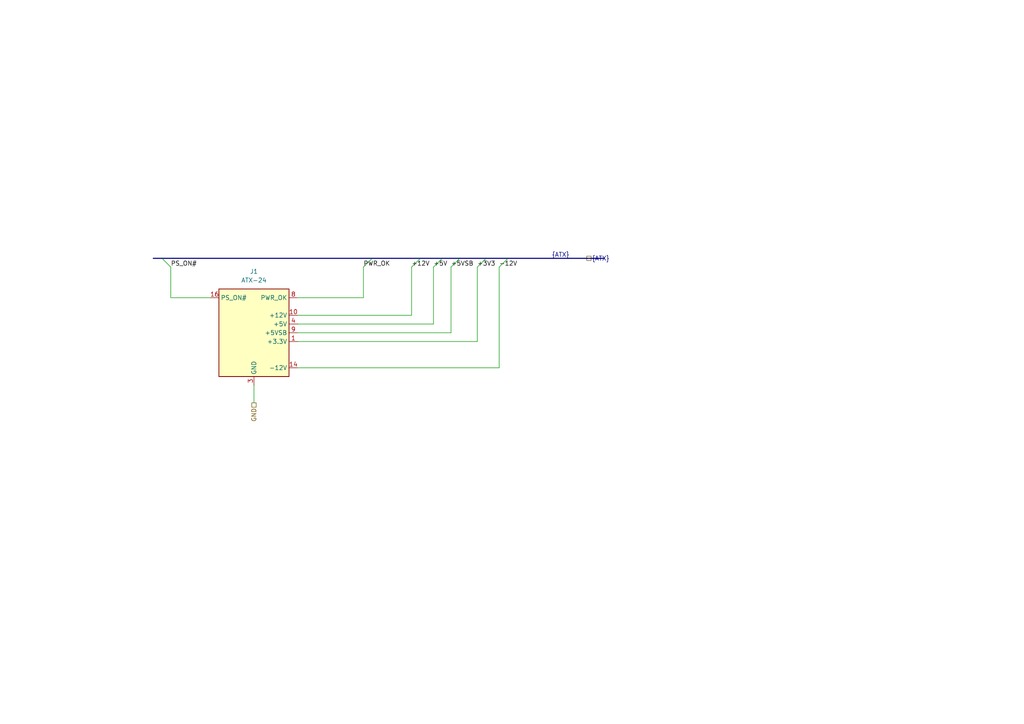
<source format=kicad_sch>
(kicad_sch (version 20230121) (generator eeschema)
  (paper "A4")
  (lib_symbols
    (symbol "Connector:ATX-24"
      (property "Reference" "J" (at -8.89 13.97 0))
      (property "Value" "ATX-24" (at 6.35 13.97 0))
      (symbol "ATX-24_0_1"
        (rectangle (start -10.16 12.7) (end 10.16 -12.7) (stroke (width 0.254)) (fill (type background)))
      )
      (symbol "ATX-24_1_1"
        (pin power_out line (at 12.7 -2.54 180) (length 2.54) (name "+3.3V") (number "1"))
        (pin power_out line (at 12.7 5.08 180) (length 2.54) (name "+12V") (number "10"))
        (pin passive line (at 12.7 5.08 180) (length 2.54) hide (name "+12V") (number "11"))
        (pin passive line (at 12.7 -2.54 180) (length 2.54) hide (name "+3.3V") (number "12"))
        (pin passive line (at 12.7 -2.54 180) (length 2.54) hide (name "+3.3V") (number "13"))
        (pin power_out line (at 12.7 -10.16 180) (length 2.54) (name "-12V") (number "14"))
        (pin passive line (at 0 -15.24 90) (length 2.54) hide (name "GND") (number "15"))
        (pin open_collector line (at -12.7 10.16 0) (length 2.54) (name "PS_ON#") (number "16"))
        (pin passive line (at 0 -15.24 90) (length 2.54) hide (name "GND") (number "17"))
        (pin passive line (at 0 -15.24 90) (length 2.54) hide (name "GND") (number "18"))
        (pin passive line (at 0 -15.24 90) (length 2.54) hide (name "GND") (number "19"))
        (pin passive line (at 12.7 -2.54 180) (length 2.54) hide (name "+3.3V") (number "2"))
        (pin no_connect line (at -10.16 0 0) (length 2.54) hide (name "NC") (number "20"))
        (pin passive line (at 12.7 2.54 180) (length 2.54) hide (name "+5V") (number "21"))
        (pin passive line (at 12.7 2.54 180) (length 2.54) hide (name "+5V") (number "22"))
        (pin passive line (at 12.7 2.54 180) (length 2.54) hide (name "+5V") (number "23"))
        (pin passive line (at 0 -15.24 90) (length 2.54) hide (name "GND") (number "24"))
        (pin power_out line (at 0 -15.24 90) (length 2.54) (name "GND") (number "3"))
        (pin power_out line (at 12.7 2.54 180) (length 2.54) (name "+5V") (number "4"))
        (pin passive line (at 0 -15.24 90) (length 2.54) hide (name "GND") (number "5"))
        (pin passive line (at 12.7 2.54 180) (length 2.54) hide (name "+5V") (number "6"))
        (pin passive line (at 0 -15.24 90) (length 2.54) hide (name "GND") (number "7"))
        (pin output line (at 12.7 10.16 180) (length 2.54) (name "PWR_OK") (number "8"))
        (pin power_out line (at 12.7 0 180) (length 2.54) (name "+5VSB") (number "9"))
      )
    )
  )
  (bus_entry (at 128.27 74.93) (size -2.54 2.54))
  (bus_entry (at 121.92 74.93) (size -2.54 2.54))
  (bus_entry (at 140.97 74.93) (size -2.54 2.54))
  (bus_entry (at 133.35 74.93) (size -2.54 2.54))
  (bus_entry (at 46.99 74.93) (size 2.54 2.54))
  (bus_entry (at 147.32 74.93) (size -2.54 2.54))
  (bus_entry (at 107.95 74.93) (size -2.54 2.54))
  (wire (pts (xy 86.36 96.52) (xy 130.81 96.52)))
  (wire (pts (xy 86.36 93.98) (xy 125.73 93.98)))
  (bus (pts (xy 107.95 74.93) (xy 121.92 74.93)))
  (wire (pts (xy 86.36 99.06) (xy 138.43 99.06)))
  (wire (pts (xy 105.41 77.47) (xy 105.41 86.36)))
  (wire (pts (xy 49.53 77.47) (xy 49.53 86.36)))
  (bus (pts (xy 128.27 74.93) (xy 133.35 74.93)))
  (bus (pts (xy 121.92 74.93) (xy 128.27 74.93)))
  (bus (pts (xy 140.97 74.93) (xy 147.32 74.93)))
  (wire (pts (xy 138.43 99.06) (xy 138.43 77.47)))
  (bus (pts (xy 147.32 74.93) (xy 175.26 74.93)))
  (wire (pts (xy 105.41 86.36) (xy 86.36 86.36)))
  (bus (pts (xy 44.45 74.93) (xy 46.99 74.93)))
  (wire (pts (xy 144.78 77.47) (xy 144.78 106.68)))
  (bus (pts (xy 133.35 74.93) (xy 140.97 74.93)))
  (wire (pts (xy 49.53 86.36) (xy 60.96 86.36)))
  (wire (pts (xy 125.73 77.47) (xy 125.73 93.98)))
  (wire (pts (xy 130.81 96.52) (xy 130.81 77.47)))
  (bus (pts (xy 46.99 74.93) (xy 107.95 74.93)))
  (wire (pts (xy 73.66 111.76) (xy 73.66 116.84)))
  (wire (pts (xy 86.36 106.68) (xy 144.78 106.68)))
  (wire (pts (xy 86.36 91.44) (xy 119.38 91.44)))
  (wire (pts (xy 119.38 77.47) (xy 119.38 91.44)))
  (label "PS_ON#" (at 49.53 77.47 0))
  (label "-12V" (at 144.78 77.47 0))
  (label "+12V" (at 119.38 77.47 0))
  (label "PWR_OK" (at 105.41 77.47 0))
  (label "+5V" (at 125.73 77.47 0))
  (label "+3V3" (at 138.43 77.47 0))
  (label "{ATX}" (at 160.02 74.93 0))
  (label "+5VSB" (at 130.81 77.47 0))
  (hierarchical_label "{ATX}" (shape passive) (at 170.18 74.93 0))
  (hierarchical_label "GND" (shape passive) (at 73.66 116.84 270))
  (symbol (lib_id "Connector:ATX-24") (at 73.66 96.52 0) (unit 1)
    (property "Reference" "J1" (at 73.66 78.74 0))
    (property "Value" "ATX-24" (at 73.66 81.28 0))
    (property "Footprint" "Connector_Molex:Molex_Mini-Fit_Jr_5569-24A1_2x12_P4.20mm_Horizontal" (effects hide))
    (property "Datasheet" "https://www.intel.com/content/dam/www/public/us/en/documents/guides/power-supply-design-guide-june.pdf#page=33" (effects hide))
  )
)
</source>
